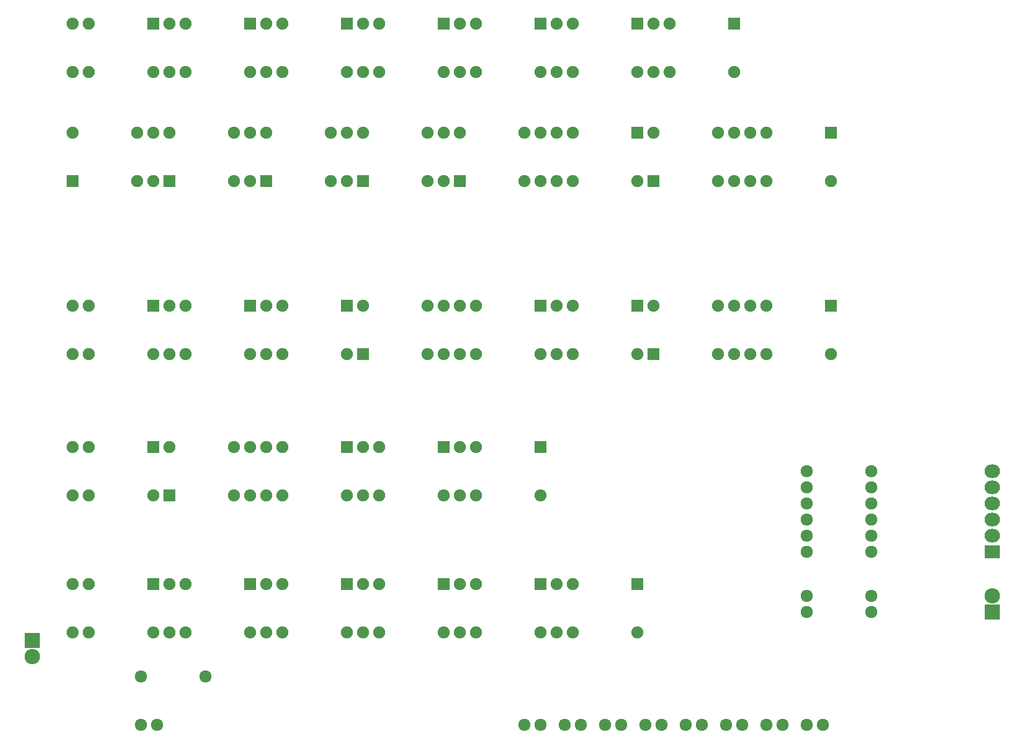
<source format=gts>
G04 #@! TF.FileFunction,Soldermask,Top*
%FSLAX46Y46*%
G04 Gerber Fmt 4.6, Leading zero omitted, Abs format (unit mm)*
G04 Created by KiCad (PCBNEW (2014-12-04 BZR 5312)-product) date 4/25/2015 12:46:18 PM*
%MOMM*%
G01*
G04 APERTURE LIST*
%ADD10C,0.100000*%
%ADD11C,1.900000*%
%ADD12R,1.900000X1.900000*%
%ADD13C,1.924000*%
%ADD14R,2.432000X2.432000*%
%ADD15O,2.432000X2.432000*%
%ADD16R,2.432000X2.127200*%
%ADD17O,2.432000X2.127200*%
G04 APERTURE END LIST*
D10*
D11*
X75247500Y-136207500D03*
X65087500Y-136207500D03*
X62547500Y-136207500D03*
X62547500Y-128587500D03*
D12*
X75247500Y-128587500D03*
D11*
X65087500Y-128587500D03*
X105727500Y-136207500D03*
X95567500Y-136207500D03*
X93027500Y-136207500D03*
X93027500Y-128587500D03*
D12*
X105727500Y-128587500D03*
D11*
X95567500Y-128587500D03*
X90487500Y-136207500D03*
X80327500Y-136207500D03*
X77787500Y-136207500D03*
X77787500Y-128587500D03*
D12*
X90487500Y-128587500D03*
D11*
X80327500Y-128587500D03*
X136207500Y-136207500D03*
X126047500Y-136207500D03*
X123507500Y-136207500D03*
X123507500Y-128587500D03*
D12*
X136207500Y-128587500D03*
D11*
X126047500Y-128587500D03*
X120967500Y-136207500D03*
X110807500Y-136207500D03*
X108267500Y-136207500D03*
X108267500Y-128587500D03*
D12*
X120967500Y-128587500D03*
D11*
X110807500Y-128587500D03*
X151447500Y-136207500D03*
X141287500Y-136207500D03*
X138747500Y-136207500D03*
X138747500Y-128587500D03*
D12*
X151447500Y-128587500D03*
D11*
X141287500Y-128587500D03*
X75247500Y-114617500D03*
X65087500Y-114617500D03*
X62547500Y-114617500D03*
X62547500Y-106997500D03*
D12*
X75247500Y-106997500D03*
D11*
X65087500Y-106997500D03*
X105727500Y-114617500D03*
X95567500Y-114617500D03*
X93027500Y-114617500D03*
X93027500Y-106997500D03*
D12*
X105727500Y-106997500D03*
D11*
X95567500Y-106997500D03*
X77787500Y-106997500D03*
X87947500Y-106997500D03*
X90487500Y-106997500D03*
X90487500Y-114617500D03*
D12*
X77787500Y-114617500D03*
D11*
X87947500Y-114617500D03*
X120967500Y-114617500D03*
X110807500Y-114617500D03*
X108267500Y-114617500D03*
X108267500Y-106997500D03*
D12*
X120967500Y-106997500D03*
D11*
X110807500Y-106997500D03*
X136207500Y-114617500D03*
X126047500Y-114617500D03*
X123507500Y-114617500D03*
X123507500Y-106997500D03*
D12*
X136207500Y-106997500D03*
D11*
X126047500Y-106997500D03*
X75247500Y-92392500D03*
X65087500Y-92392500D03*
X62547500Y-92392500D03*
X62547500Y-84772500D03*
D12*
X75247500Y-84772500D03*
D11*
X65087500Y-84772500D03*
X90487500Y-92392500D03*
X80327500Y-92392500D03*
X77787500Y-92392500D03*
X77787500Y-84772500D03*
D12*
X90487500Y-84772500D03*
D11*
X80327500Y-84772500D03*
X105727500Y-92392500D03*
X95567500Y-92392500D03*
X93027500Y-92392500D03*
X93027500Y-84772500D03*
D12*
X105727500Y-84772500D03*
D11*
X95567500Y-84772500D03*
X108267500Y-84772500D03*
X118427500Y-84772500D03*
X120967500Y-84772500D03*
X120967500Y-92392500D03*
D12*
X108267500Y-92392500D03*
D11*
X118427500Y-92392500D03*
X151447500Y-92392500D03*
X141287500Y-92392500D03*
X138747500Y-92392500D03*
X138747500Y-84772500D03*
D12*
X151447500Y-84772500D03*
D11*
X141287500Y-84772500D03*
X136207500Y-92392500D03*
X126047500Y-92392500D03*
X123507500Y-92392500D03*
X123507500Y-84772500D03*
D12*
X136207500Y-84772500D03*
D11*
X126047500Y-84772500D03*
X153987500Y-84772500D03*
X164147500Y-84772500D03*
X166687500Y-84772500D03*
X166687500Y-92392500D03*
D12*
X153987500Y-92392500D03*
D11*
X164147500Y-92392500D03*
X181927500Y-92392500D03*
X171767500Y-92392500D03*
X169227500Y-92392500D03*
X169227500Y-84772500D03*
D12*
X181927500Y-84772500D03*
D11*
X171767500Y-84772500D03*
X75247500Y-47942500D03*
X65087500Y-47942500D03*
X62547500Y-47942500D03*
X62547500Y-40322500D03*
D12*
X75247500Y-40322500D03*
D11*
X65087500Y-40322500D03*
X90487500Y-47942500D03*
X80327500Y-47942500D03*
X77787500Y-47942500D03*
X77787500Y-40322500D03*
D12*
X90487500Y-40322500D03*
D11*
X80327500Y-40322500D03*
X105727500Y-47942500D03*
X95567500Y-47942500D03*
X93027500Y-47942500D03*
X93027500Y-40322500D03*
D12*
X105727500Y-40322500D03*
D11*
X95567500Y-40322500D03*
X120967500Y-47942500D03*
X110807500Y-47942500D03*
X108267500Y-47942500D03*
X108267500Y-40322500D03*
D12*
X120967500Y-40322500D03*
D11*
X110807500Y-40322500D03*
X151447500Y-47942500D03*
X141287500Y-47942500D03*
X138747500Y-47942500D03*
X138747500Y-40322500D03*
D12*
X151447500Y-40322500D03*
D11*
X141287500Y-40322500D03*
X136207500Y-47942500D03*
X126047500Y-47942500D03*
X123507500Y-47942500D03*
X123507500Y-40322500D03*
D12*
X136207500Y-40322500D03*
D11*
X126047500Y-40322500D03*
X166687500Y-47942500D03*
X156527500Y-47942500D03*
X153987500Y-47942500D03*
X153987500Y-40322500D03*
D12*
X166687500Y-40322500D03*
D11*
X156527500Y-40322500D03*
X93027500Y-57467500D03*
X103187500Y-57467500D03*
X105727500Y-57467500D03*
X105727500Y-65087500D03*
D12*
X93027500Y-65087500D03*
D11*
X103187500Y-65087500D03*
X62547500Y-57467500D03*
X72707500Y-57467500D03*
X75247500Y-57467500D03*
X75247500Y-65087500D03*
D12*
X62547500Y-65087500D03*
D11*
X72707500Y-65087500D03*
X77787500Y-57467500D03*
X87947500Y-57467500D03*
X90487500Y-57467500D03*
X90487500Y-65087500D03*
D12*
X77787500Y-65087500D03*
D11*
X87947500Y-65087500D03*
X108267500Y-57467500D03*
X118427500Y-57467500D03*
X120967500Y-57467500D03*
X120967500Y-65087500D03*
D12*
X108267500Y-65087500D03*
D11*
X118427500Y-65087500D03*
X123507500Y-57467500D03*
X133667500Y-57467500D03*
X136207500Y-57467500D03*
X136207500Y-65087500D03*
D12*
X123507500Y-65087500D03*
D11*
X133667500Y-65087500D03*
X181927500Y-65087500D03*
X171767500Y-65087500D03*
X169227500Y-65087500D03*
X169227500Y-57467500D03*
D12*
X181927500Y-57467500D03*
D11*
X171767500Y-57467500D03*
X151447500Y-65087500D03*
X141287500Y-65087500D03*
X138747500Y-65087500D03*
X138747500Y-57467500D03*
D12*
X151447500Y-57467500D03*
D11*
X141287500Y-57467500D03*
X153987500Y-57467500D03*
X164147500Y-57467500D03*
X166687500Y-57467500D03*
X166687500Y-65087500D03*
D12*
X153987500Y-65087500D03*
D11*
X164147500Y-65087500D03*
D13*
X73342500Y-143192500D03*
X83502500Y-143192500D03*
X188277500Y-130492500D03*
X178117500Y-130492500D03*
X188277500Y-133032500D03*
X178117500Y-133032500D03*
X188277500Y-110807500D03*
X178117500Y-110807500D03*
X188277500Y-113347500D03*
X178117500Y-113347500D03*
X188277500Y-115887500D03*
X178117500Y-115887500D03*
X188277500Y-118427500D03*
X178117500Y-118427500D03*
X188277500Y-120967500D03*
X178117500Y-120967500D03*
X188277500Y-123507500D03*
X178117500Y-123507500D03*
D14*
X56197500Y-137477500D03*
D15*
X56197500Y-140017500D03*
D14*
X207327500Y-133032500D03*
D15*
X207327500Y-130492500D03*
D16*
X207327500Y-123507500D03*
D17*
X207327500Y-120967500D03*
X207327500Y-118427500D03*
X207327500Y-115887500D03*
X207327500Y-113347500D03*
X207327500Y-110807500D03*
D13*
X75882500Y-150812500D03*
X73342500Y-150812500D03*
X136207500Y-150812500D03*
X133667500Y-150812500D03*
X161607500Y-150812500D03*
X159067500Y-150812500D03*
X142557500Y-150812500D03*
X140017500Y-150812500D03*
X148907500Y-150812500D03*
X146367500Y-150812500D03*
X155257500Y-150812500D03*
X152717500Y-150812500D03*
X167957500Y-150812500D03*
X165417500Y-150812500D03*
X174307500Y-150812500D03*
X171767500Y-150812500D03*
X180657500Y-150812500D03*
X178117500Y-150812500D03*
M02*

</source>
